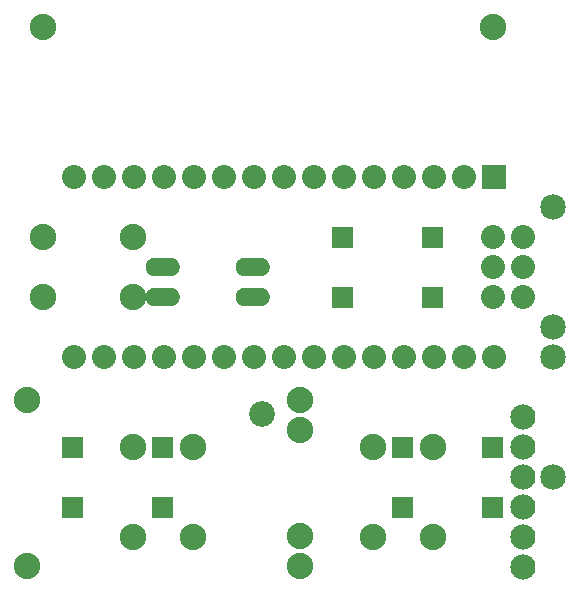
<source format=gbs>
G04 MADE WITH FRITZING*
G04 WWW.FRITZING.ORG*
G04 DOUBLE SIDED*
G04 HOLES PLATED*
G04 CONTOUR ON CENTER OF CONTOUR VECTOR*
%ASAXBY*%
%FSLAX23Y23*%
%MOIN*%
%OFA0B0*%
%SFA1.0B1.0*%
%ADD10C,0.088000*%
%ADD11C,0.085000*%
%ADD12C,0.062000*%
%ADD13C,0.084000*%
%ADD14C,0.080000*%
%ADD15C,0.069370*%
%ADD16C,0.085433*%
%ADD17R,0.080000X0.079958*%
%ADD18R,0.001000X0.001000*%
%LNMASK0*%
G90*
G70*
G54D10*
X1671Y1910D03*
G54D11*
X1871Y410D03*
X1871Y810D03*
X1871Y1310D03*
X1871Y910D03*
G54D12*
X871Y1010D03*
X871Y1110D03*
X571Y1110D03*
X571Y1010D03*
G54D10*
X118Y666D03*
X118Y114D03*
X1027Y666D03*
X1027Y566D03*
X1027Y214D03*
X1027Y114D03*
G54D13*
X1771Y110D03*
X1771Y210D03*
X1771Y310D03*
X1771Y410D03*
X1771Y510D03*
X1771Y610D03*
G54D14*
X1675Y1410D03*
X1575Y1410D03*
X1475Y1410D03*
X1375Y1410D03*
X1275Y1410D03*
X1175Y1410D03*
X1075Y1410D03*
X975Y1410D03*
X875Y1410D03*
X775Y1410D03*
X675Y1410D03*
X575Y1410D03*
X475Y1410D03*
X375Y1410D03*
X275Y1410D03*
X1675Y810D03*
X1575Y810D03*
X1475Y810D03*
X1375Y810D03*
X1275Y810D03*
X1175Y810D03*
X1075Y810D03*
X975Y810D03*
X875Y810D03*
X775Y810D03*
X675Y810D03*
X575Y810D03*
X475Y810D03*
X375Y810D03*
X275Y810D03*
X1771Y1210D03*
X1671Y1210D03*
X1771Y1110D03*
X1671Y1110D03*
X1771Y1010D03*
X1671Y1010D03*
G54D10*
X671Y210D03*
X671Y510D03*
X1271Y210D03*
X1271Y510D03*
X1471Y210D03*
X1471Y510D03*
X471Y210D03*
X471Y510D03*
X171Y1210D03*
X471Y1210D03*
X471Y1010D03*
X171Y1010D03*
X171Y1910D03*
G54D15*
X271Y510D03*
X571Y510D03*
X271Y310D03*
X571Y310D03*
X1471Y1010D03*
X1171Y1010D03*
X1471Y1210D03*
X1171Y1210D03*
X1371Y510D03*
X1671Y510D03*
X1371Y310D03*
X1671Y310D03*
G54D16*
X900Y621D03*
G54D17*
X1675Y1410D03*
G54D18*
X1136Y1245D02*
X1204Y1245D01*
X1436Y1245D02*
X1504Y1245D01*
X1136Y1244D02*
X1204Y1244D01*
X1436Y1244D02*
X1504Y1244D01*
X1136Y1243D02*
X1204Y1243D01*
X1436Y1243D02*
X1504Y1243D01*
X1136Y1242D02*
X1204Y1242D01*
X1436Y1242D02*
X1504Y1242D01*
X1136Y1241D02*
X1204Y1241D01*
X1436Y1241D02*
X1504Y1241D01*
X1136Y1240D02*
X1204Y1240D01*
X1436Y1240D02*
X1504Y1240D01*
X1136Y1239D02*
X1204Y1239D01*
X1436Y1239D02*
X1504Y1239D01*
X1136Y1238D02*
X1204Y1238D01*
X1436Y1238D02*
X1504Y1238D01*
X1136Y1237D02*
X1204Y1237D01*
X1436Y1237D02*
X1504Y1237D01*
X1136Y1236D02*
X1204Y1236D01*
X1436Y1236D02*
X1504Y1236D01*
X1136Y1235D02*
X1204Y1235D01*
X1436Y1235D02*
X1504Y1235D01*
X1136Y1234D02*
X1204Y1234D01*
X1436Y1234D02*
X1504Y1234D01*
X1136Y1233D02*
X1204Y1233D01*
X1436Y1233D02*
X1504Y1233D01*
X1136Y1232D02*
X1204Y1232D01*
X1436Y1232D02*
X1504Y1232D01*
X1136Y1231D02*
X1204Y1231D01*
X1436Y1231D02*
X1504Y1231D01*
X1136Y1230D02*
X1204Y1230D01*
X1436Y1230D02*
X1504Y1230D01*
X1136Y1229D02*
X1204Y1229D01*
X1436Y1229D02*
X1504Y1229D01*
X1136Y1228D02*
X1204Y1228D01*
X1436Y1228D02*
X1504Y1228D01*
X1136Y1227D02*
X1204Y1227D01*
X1436Y1227D02*
X1504Y1227D01*
X1136Y1226D02*
X1204Y1226D01*
X1436Y1226D02*
X1504Y1226D01*
X1136Y1225D02*
X1168Y1225D01*
X1172Y1225D02*
X1204Y1225D01*
X1436Y1225D02*
X1468Y1225D01*
X1472Y1225D02*
X1504Y1225D01*
X1136Y1224D02*
X1164Y1224D01*
X1176Y1224D02*
X1204Y1224D01*
X1436Y1224D02*
X1464Y1224D01*
X1476Y1224D02*
X1504Y1224D01*
X1136Y1223D02*
X1162Y1223D01*
X1178Y1223D02*
X1204Y1223D01*
X1436Y1223D02*
X1462Y1223D01*
X1478Y1223D02*
X1504Y1223D01*
X1136Y1222D02*
X1161Y1222D01*
X1180Y1222D02*
X1204Y1222D01*
X1436Y1222D02*
X1461Y1222D01*
X1480Y1222D02*
X1504Y1222D01*
X1136Y1221D02*
X1159Y1221D01*
X1181Y1221D02*
X1204Y1221D01*
X1436Y1221D02*
X1459Y1221D01*
X1481Y1221D02*
X1504Y1221D01*
X1136Y1220D02*
X1159Y1220D01*
X1182Y1220D02*
X1204Y1220D01*
X1436Y1220D02*
X1458Y1220D01*
X1482Y1220D02*
X1504Y1220D01*
X1136Y1219D02*
X1158Y1219D01*
X1183Y1219D02*
X1204Y1219D01*
X1436Y1219D02*
X1458Y1219D01*
X1482Y1219D02*
X1504Y1219D01*
X1136Y1218D02*
X1157Y1218D01*
X1183Y1218D02*
X1204Y1218D01*
X1436Y1218D02*
X1457Y1218D01*
X1483Y1218D02*
X1504Y1218D01*
X1136Y1217D02*
X1156Y1217D01*
X1184Y1217D02*
X1204Y1217D01*
X1436Y1217D02*
X1456Y1217D01*
X1484Y1217D02*
X1504Y1217D01*
X1136Y1216D02*
X1156Y1216D01*
X1184Y1216D02*
X1204Y1216D01*
X1436Y1216D02*
X1456Y1216D01*
X1484Y1216D02*
X1504Y1216D01*
X1136Y1215D02*
X1156Y1215D01*
X1185Y1215D02*
X1204Y1215D01*
X1436Y1215D02*
X1456Y1215D01*
X1484Y1215D02*
X1504Y1215D01*
X1136Y1214D02*
X1155Y1214D01*
X1185Y1214D02*
X1204Y1214D01*
X1436Y1214D02*
X1455Y1214D01*
X1485Y1214D02*
X1504Y1214D01*
X1136Y1213D02*
X1155Y1213D01*
X1185Y1213D02*
X1204Y1213D01*
X1436Y1213D02*
X1455Y1213D01*
X1485Y1213D02*
X1504Y1213D01*
X1136Y1212D02*
X1155Y1212D01*
X1185Y1212D02*
X1204Y1212D01*
X1436Y1212D02*
X1455Y1212D01*
X1485Y1212D02*
X1504Y1212D01*
X1136Y1211D02*
X1155Y1211D01*
X1185Y1211D02*
X1204Y1211D01*
X1436Y1211D02*
X1455Y1211D01*
X1485Y1211D02*
X1504Y1211D01*
X1136Y1210D02*
X1155Y1210D01*
X1185Y1210D02*
X1204Y1210D01*
X1436Y1210D02*
X1455Y1210D01*
X1485Y1210D02*
X1504Y1210D01*
X1136Y1209D02*
X1155Y1209D01*
X1185Y1209D02*
X1204Y1209D01*
X1436Y1209D02*
X1455Y1209D01*
X1485Y1209D02*
X1504Y1209D01*
X1136Y1208D02*
X1155Y1208D01*
X1185Y1208D02*
X1204Y1208D01*
X1436Y1208D02*
X1455Y1208D01*
X1485Y1208D02*
X1504Y1208D01*
X1136Y1207D02*
X1155Y1207D01*
X1185Y1207D02*
X1204Y1207D01*
X1436Y1207D02*
X1455Y1207D01*
X1485Y1207D02*
X1504Y1207D01*
X1136Y1206D02*
X1156Y1206D01*
X1185Y1206D02*
X1204Y1206D01*
X1436Y1206D02*
X1456Y1206D01*
X1485Y1206D02*
X1504Y1206D01*
X1136Y1205D02*
X1156Y1205D01*
X1184Y1205D02*
X1204Y1205D01*
X1436Y1205D02*
X1456Y1205D01*
X1484Y1205D02*
X1504Y1205D01*
X1136Y1204D02*
X1156Y1204D01*
X1184Y1204D02*
X1204Y1204D01*
X1436Y1204D02*
X1456Y1204D01*
X1484Y1204D02*
X1504Y1204D01*
X1136Y1203D02*
X1157Y1203D01*
X1183Y1203D02*
X1204Y1203D01*
X1436Y1203D02*
X1457Y1203D01*
X1483Y1203D02*
X1504Y1203D01*
X1136Y1202D02*
X1158Y1202D01*
X1183Y1202D02*
X1204Y1202D01*
X1436Y1202D02*
X1457Y1202D01*
X1483Y1202D02*
X1504Y1202D01*
X1136Y1201D02*
X1158Y1201D01*
X1182Y1201D02*
X1204Y1201D01*
X1436Y1201D02*
X1458Y1201D01*
X1482Y1201D02*
X1504Y1201D01*
X1136Y1200D02*
X1159Y1200D01*
X1181Y1200D02*
X1204Y1200D01*
X1436Y1200D02*
X1459Y1200D01*
X1481Y1200D02*
X1504Y1200D01*
X1136Y1199D02*
X1160Y1199D01*
X1180Y1199D02*
X1204Y1199D01*
X1436Y1199D02*
X1460Y1199D01*
X1480Y1199D02*
X1504Y1199D01*
X1136Y1198D02*
X1162Y1198D01*
X1178Y1198D02*
X1204Y1198D01*
X1436Y1198D02*
X1462Y1198D01*
X1478Y1198D02*
X1504Y1198D01*
X1136Y1197D02*
X1164Y1197D01*
X1177Y1197D02*
X1204Y1197D01*
X1436Y1197D02*
X1463Y1197D01*
X1477Y1197D02*
X1504Y1197D01*
X1136Y1196D02*
X1167Y1196D01*
X1173Y1196D02*
X1204Y1196D01*
X1436Y1196D02*
X1467Y1196D01*
X1473Y1196D02*
X1504Y1196D01*
X1136Y1195D02*
X1204Y1195D01*
X1436Y1195D02*
X1504Y1195D01*
X1136Y1194D02*
X1204Y1194D01*
X1436Y1194D02*
X1504Y1194D01*
X1136Y1193D02*
X1204Y1193D01*
X1436Y1193D02*
X1504Y1193D01*
X1136Y1192D02*
X1204Y1192D01*
X1436Y1192D02*
X1504Y1192D01*
X1136Y1191D02*
X1204Y1191D01*
X1436Y1191D02*
X1504Y1191D01*
X1136Y1190D02*
X1204Y1190D01*
X1436Y1190D02*
X1504Y1190D01*
X1136Y1189D02*
X1204Y1189D01*
X1436Y1189D02*
X1504Y1189D01*
X1136Y1188D02*
X1204Y1188D01*
X1436Y1188D02*
X1504Y1188D01*
X1136Y1187D02*
X1204Y1187D01*
X1436Y1187D02*
X1504Y1187D01*
X1136Y1186D02*
X1204Y1186D01*
X1436Y1186D02*
X1504Y1186D01*
X1136Y1185D02*
X1204Y1185D01*
X1436Y1185D02*
X1504Y1185D01*
X1136Y1184D02*
X1204Y1184D01*
X1436Y1184D02*
X1504Y1184D01*
X1136Y1183D02*
X1204Y1183D01*
X1436Y1183D02*
X1504Y1183D01*
X1136Y1182D02*
X1204Y1182D01*
X1436Y1182D02*
X1504Y1182D01*
X1136Y1181D02*
X1204Y1181D01*
X1436Y1181D02*
X1504Y1181D01*
X1136Y1180D02*
X1204Y1180D01*
X1436Y1180D02*
X1504Y1180D01*
X1136Y1179D02*
X1204Y1179D01*
X1436Y1179D02*
X1504Y1179D01*
X1136Y1178D02*
X1204Y1178D01*
X1436Y1178D02*
X1504Y1178D01*
X1136Y1177D02*
X1204Y1177D01*
X1436Y1177D02*
X1504Y1177D01*
X1136Y1176D02*
X1204Y1176D01*
X1436Y1176D02*
X1504Y1176D01*
X540Y1141D02*
X601Y1141D01*
X840Y1141D02*
X900Y1141D01*
X536Y1140D02*
X605Y1140D01*
X836Y1140D02*
X905Y1140D01*
X533Y1139D02*
X608Y1139D01*
X833Y1139D02*
X907Y1139D01*
X531Y1138D02*
X610Y1138D01*
X831Y1138D02*
X910Y1138D01*
X529Y1137D02*
X612Y1137D01*
X829Y1137D02*
X911Y1137D01*
X527Y1136D02*
X613Y1136D01*
X827Y1136D02*
X913Y1136D01*
X526Y1135D02*
X615Y1135D01*
X826Y1135D02*
X915Y1135D01*
X525Y1134D02*
X616Y1134D01*
X825Y1134D02*
X916Y1134D01*
X524Y1133D02*
X617Y1133D01*
X823Y1133D02*
X917Y1133D01*
X523Y1132D02*
X618Y1132D01*
X822Y1132D02*
X918Y1132D01*
X522Y1131D02*
X619Y1131D01*
X822Y1131D02*
X919Y1131D01*
X521Y1130D02*
X620Y1130D01*
X821Y1130D02*
X920Y1130D01*
X520Y1129D02*
X621Y1129D01*
X820Y1129D02*
X920Y1129D01*
X519Y1128D02*
X621Y1128D01*
X819Y1128D02*
X921Y1128D01*
X519Y1127D02*
X622Y1127D01*
X819Y1127D02*
X922Y1127D01*
X518Y1126D02*
X622Y1126D01*
X818Y1126D02*
X922Y1126D01*
X518Y1125D02*
X623Y1125D01*
X817Y1125D02*
X923Y1125D01*
X517Y1124D02*
X624Y1124D01*
X817Y1124D02*
X923Y1124D01*
X517Y1123D02*
X624Y1123D01*
X816Y1123D02*
X924Y1123D01*
X516Y1122D02*
X624Y1122D01*
X816Y1122D02*
X924Y1122D01*
X516Y1121D02*
X567Y1121D01*
X574Y1121D02*
X625Y1121D01*
X816Y1121D02*
X867Y1121D01*
X874Y1121D02*
X925Y1121D01*
X515Y1120D02*
X564Y1120D01*
X576Y1120D02*
X625Y1120D01*
X815Y1120D02*
X864Y1120D01*
X876Y1120D02*
X925Y1120D01*
X515Y1119D02*
X563Y1119D01*
X578Y1119D02*
X625Y1119D01*
X815Y1119D02*
X863Y1119D01*
X878Y1119D02*
X925Y1119D01*
X515Y1118D02*
X562Y1118D01*
X579Y1118D02*
X626Y1118D01*
X815Y1118D02*
X862Y1118D01*
X879Y1118D02*
X926Y1118D01*
X515Y1117D02*
X561Y1117D01*
X580Y1117D02*
X626Y1117D01*
X814Y1117D02*
X861Y1117D01*
X880Y1117D02*
X926Y1117D01*
X514Y1116D02*
X560Y1116D01*
X580Y1116D02*
X626Y1116D01*
X814Y1116D02*
X860Y1116D01*
X880Y1116D02*
X926Y1116D01*
X514Y1115D02*
X560Y1115D01*
X581Y1115D02*
X626Y1115D01*
X814Y1115D02*
X860Y1115D01*
X881Y1115D02*
X926Y1115D01*
X514Y1114D02*
X559Y1114D01*
X581Y1114D02*
X627Y1114D01*
X814Y1114D02*
X859Y1114D01*
X881Y1114D02*
X926Y1114D01*
X514Y1113D02*
X559Y1113D01*
X581Y1113D02*
X627Y1113D01*
X814Y1113D02*
X859Y1113D01*
X881Y1113D02*
X927Y1113D01*
X514Y1112D02*
X559Y1112D01*
X582Y1112D02*
X627Y1112D01*
X814Y1112D02*
X859Y1112D01*
X882Y1112D02*
X927Y1112D01*
X514Y1111D02*
X559Y1111D01*
X582Y1111D02*
X627Y1111D01*
X814Y1111D02*
X859Y1111D01*
X882Y1111D02*
X927Y1111D01*
X514Y1110D02*
X559Y1110D01*
X582Y1110D02*
X627Y1110D01*
X814Y1110D02*
X859Y1110D01*
X882Y1110D02*
X927Y1110D01*
X514Y1109D02*
X559Y1109D01*
X582Y1109D02*
X627Y1109D01*
X814Y1109D02*
X859Y1109D01*
X882Y1109D02*
X927Y1109D01*
X514Y1108D02*
X559Y1108D01*
X582Y1108D02*
X627Y1108D01*
X814Y1108D02*
X859Y1108D01*
X881Y1108D02*
X927Y1108D01*
X514Y1107D02*
X559Y1107D01*
X581Y1107D02*
X627Y1107D01*
X814Y1107D02*
X859Y1107D01*
X881Y1107D02*
X926Y1107D01*
X514Y1106D02*
X560Y1106D01*
X581Y1106D02*
X626Y1106D01*
X814Y1106D02*
X860Y1106D01*
X881Y1106D02*
X926Y1106D01*
X514Y1105D02*
X560Y1105D01*
X580Y1105D02*
X626Y1105D01*
X814Y1105D02*
X860Y1105D01*
X880Y1105D02*
X926Y1105D01*
X515Y1104D02*
X561Y1104D01*
X580Y1104D02*
X626Y1104D01*
X814Y1104D02*
X861Y1104D01*
X880Y1104D02*
X926Y1104D01*
X515Y1103D02*
X562Y1103D01*
X579Y1103D02*
X626Y1103D01*
X815Y1103D02*
X862Y1103D01*
X879Y1103D02*
X926Y1103D01*
X515Y1102D02*
X563Y1102D01*
X578Y1102D02*
X625Y1102D01*
X815Y1102D02*
X863Y1102D01*
X878Y1102D02*
X925Y1102D01*
X515Y1101D02*
X564Y1101D01*
X576Y1101D02*
X625Y1101D01*
X815Y1101D02*
X864Y1101D01*
X876Y1101D02*
X925Y1101D01*
X516Y1100D02*
X566Y1100D01*
X574Y1100D02*
X625Y1100D01*
X816Y1100D02*
X866Y1100D01*
X874Y1100D02*
X925Y1100D01*
X516Y1099D02*
X624Y1099D01*
X816Y1099D02*
X924Y1099D01*
X517Y1098D02*
X624Y1098D01*
X816Y1098D02*
X924Y1098D01*
X517Y1097D02*
X624Y1097D01*
X817Y1097D02*
X923Y1097D01*
X517Y1096D02*
X623Y1096D01*
X817Y1096D02*
X923Y1096D01*
X518Y1095D02*
X623Y1095D01*
X818Y1095D02*
X922Y1095D01*
X519Y1094D02*
X622Y1094D01*
X819Y1094D02*
X922Y1094D01*
X519Y1093D02*
X621Y1093D01*
X819Y1093D02*
X921Y1093D01*
X520Y1092D02*
X621Y1092D01*
X820Y1092D02*
X921Y1092D01*
X521Y1091D02*
X620Y1091D01*
X821Y1091D02*
X920Y1091D01*
X522Y1090D02*
X619Y1090D01*
X821Y1090D02*
X919Y1090D01*
X522Y1089D02*
X618Y1089D01*
X822Y1089D02*
X918Y1089D01*
X523Y1088D02*
X617Y1088D01*
X823Y1088D02*
X917Y1088D01*
X525Y1087D02*
X616Y1087D01*
X824Y1087D02*
X916Y1087D01*
X526Y1086D02*
X615Y1086D01*
X826Y1086D02*
X915Y1086D01*
X527Y1085D02*
X613Y1085D01*
X827Y1085D02*
X913Y1085D01*
X529Y1084D02*
X612Y1084D01*
X829Y1084D02*
X912Y1084D01*
X531Y1083D02*
X610Y1083D01*
X831Y1083D02*
X910Y1083D01*
X533Y1082D02*
X608Y1082D01*
X833Y1082D02*
X908Y1082D01*
X535Y1081D02*
X605Y1081D01*
X835Y1081D02*
X905Y1081D01*
X539Y1080D02*
X601Y1080D01*
X839Y1080D02*
X901Y1080D01*
X1136Y1045D02*
X1204Y1045D01*
X1436Y1045D02*
X1504Y1045D01*
X1136Y1044D02*
X1204Y1044D01*
X1436Y1044D02*
X1504Y1044D01*
X1136Y1043D02*
X1204Y1043D01*
X1436Y1043D02*
X1504Y1043D01*
X1136Y1042D02*
X1204Y1042D01*
X1436Y1042D02*
X1504Y1042D01*
X540Y1041D02*
X601Y1041D01*
X840Y1041D02*
X901Y1041D01*
X1136Y1041D02*
X1204Y1041D01*
X1436Y1041D02*
X1504Y1041D01*
X536Y1040D02*
X605Y1040D01*
X836Y1040D02*
X905Y1040D01*
X1136Y1040D02*
X1204Y1040D01*
X1436Y1040D02*
X1504Y1040D01*
X533Y1039D02*
X608Y1039D01*
X833Y1039D02*
X908Y1039D01*
X1136Y1039D02*
X1204Y1039D01*
X1436Y1039D02*
X1504Y1039D01*
X531Y1038D02*
X610Y1038D01*
X831Y1038D02*
X910Y1038D01*
X1136Y1038D02*
X1204Y1038D01*
X1436Y1038D02*
X1504Y1038D01*
X529Y1037D02*
X612Y1037D01*
X829Y1037D02*
X911Y1037D01*
X1136Y1037D02*
X1204Y1037D01*
X1436Y1037D02*
X1504Y1037D01*
X527Y1036D02*
X613Y1036D01*
X827Y1036D02*
X913Y1036D01*
X1136Y1036D02*
X1204Y1036D01*
X1436Y1036D02*
X1504Y1036D01*
X526Y1035D02*
X615Y1035D01*
X826Y1035D02*
X915Y1035D01*
X1136Y1035D02*
X1204Y1035D01*
X1436Y1035D02*
X1504Y1035D01*
X525Y1034D02*
X616Y1034D01*
X825Y1034D02*
X916Y1034D01*
X1136Y1034D02*
X1204Y1034D01*
X1436Y1034D02*
X1504Y1034D01*
X524Y1033D02*
X617Y1033D01*
X823Y1033D02*
X917Y1033D01*
X1136Y1033D02*
X1204Y1033D01*
X1436Y1033D02*
X1504Y1033D01*
X523Y1032D02*
X618Y1032D01*
X822Y1032D02*
X918Y1032D01*
X1136Y1032D02*
X1204Y1032D01*
X1436Y1032D02*
X1504Y1032D01*
X522Y1031D02*
X619Y1031D01*
X822Y1031D02*
X919Y1031D01*
X1136Y1031D02*
X1204Y1031D01*
X1436Y1031D02*
X1504Y1031D01*
X521Y1030D02*
X620Y1030D01*
X821Y1030D02*
X920Y1030D01*
X1136Y1030D02*
X1204Y1030D01*
X1436Y1030D02*
X1504Y1030D01*
X520Y1029D02*
X621Y1029D01*
X820Y1029D02*
X920Y1029D01*
X1136Y1029D02*
X1204Y1029D01*
X1436Y1029D02*
X1504Y1029D01*
X519Y1028D02*
X621Y1028D01*
X819Y1028D02*
X921Y1028D01*
X1136Y1028D02*
X1204Y1028D01*
X1436Y1028D02*
X1504Y1028D01*
X519Y1027D02*
X622Y1027D01*
X819Y1027D02*
X922Y1027D01*
X1136Y1027D02*
X1204Y1027D01*
X1436Y1027D02*
X1504Y1027D01*
X518Y1026D02*
X622Y1026D01*
X818Y1026D02*
X922Y1026D01*
X1136Y1026D02*
X1204Y1026D01*
X1436Y1026D02*
X1504Y1026D01*
X518Y1025D02*
X623Y1025D01*
X817Y1025D02*
X923Y1025D01*
X1136Y1025D02*
X1168Y1025D01*
X1172Y1025D02*
X1204Y1025D01*
X1436Y1025D02*
X1468Y1025D01*
X1472Y1025D02*
X1504Y1025D01*
X517Y1024D02*
X624Y1024D01*
X817Y1024D02*
X923Y1024D01*
X1136Y1024D02*
X1164Y1024D01*
X1176Y1024D02*
X1204Y1024D01*
X1436Y1024D02*
X1464Y1024D01*
X1476Y1024D02*
X1504Y1024D01*
X517Y1023D02*
X624Y1023D01*
X816Y1023D02*
X924Y1023D01*
X1136Y1023D02*
X1162Y1023D01*
X1178Y1023D02*
X1204Y1023D01*
X1436Y1023D02*
X1462Y1023D01*
X1478Y1023D02*
X1504Y1023D01*
X516Y1022D02*
X624Y1022D01*
X816Y1022D02*
X924Y1022D01*
X1136Y1022D02*
X1161Y1022D01*
X1180Y1022D02*
X1204Y1022D01*
X1436Y1022D02*
X1461Y1022D01*
X1480Y1022D02*
X1504Y1022D01*
X516Y1021D02*
X567Y1021D01*
X574Y1021D02*
X625Y1021D01*
X816Y1021D02*
X866Y1021D01*
X874Y1021D02*
X925Y1021D01*
X1136Y1021D02*
X1159Y1021D01*
X1181Y1021D02*
X1204Y1021D01*
X1436Y1021D02*
X1459Y1021D01*
X1481Y1021D02*
X1504Y1021D01*
X515Y1020D02*
X564Y1020D01*
X576Y1020D02*
X625Y1020D01*
X815Y1020D02*
X864Y1020D01*
X876Y1020D02*
X925Y1020D01*
X1136Y1020D02*
X1159Y1020D01*
X1182Y1020D02*
X1204Y1020D01*
X1436Y1020D02*
X1458Y1020D01*
X1482Y1020D02*
X1504Y1020D01*
X515Y1019D02*
X563Y1019D01*
X578Y1019D02*
X625Y1019D01*
X815Y1019D02*
X863Y1019D01*
X878Y1019D02*
X925Y1019D01*
X1136Y1019D02*
X1158Y1019D01*
X1183Y1019D02*
X1204Y1019D01*
X1436Y1019D02*
X1458Y1019D01*
X1482Y1019D02*
X1504Y1019D01*
X515Y1018D02*
X562Y1018D01*
X579Y1018D02*
X626Y1018D01*
X815Y1018D02*
X862Y1018D01*
X879Y1018D02*
X926Y1018D01*
X1136Y1018D02*
X1157Y1018D01*
X1183Y1018D02*
X1204Y1018D01*
X1436Y1018D02*
X1457Y1018D01*
X1483Y1018D02*
X1504Y1018D01*
X515Y1017D02*
X561Y1017D01*
X580Y1017D02*
X626Y1017D01*
X814Y1017D02*
X861Y1017D01*
X880Y1017D02*
X926Y1017D01*
X1136Y1017D02*
X1156Y1017D01*
X1184Y1017D02*
X1204Y1017D01*
X1436Y1017D02*
X1456Y1017D01*
X1484Y1017D02*
X1504Y1017D01*
X514Y1016D02*
X560Y1016D01*
X580Y1016D02*
X626Y1016D01*
X814Y1016D02*
X860Y1016D01*
X880Y1016D02*
X926Y1016D01*
X1136Y1016D02*
X1156Y1016D01*
X1184Y1016D02*
X1204Y1016D01*
X1436Y1016D02*
X1456Y1016D01*
X1484Y1016D02*
X1504Y1016D01*
X514Y1015D02*
X560Y1015D01*
X581Y1015D02*
X626Y1015D01*
X814Y1015D02*
X860Y1015D01*
X881Y1015D02*
X926Y1015D01*
X1136Y1015D02*
X1156Y1015D01*
X1185Y1015D02*
X1204Y1015D01*
X1436Y1015D02*
X1456Y1015D01*
X1485Y1015D02*
X1504Y1015D01*
X514Y1014D02*
X559Y1014D01*
X581Y1014D02*
X627Y1014D01*
X814Y1014D02*
X859Y1014D01*
X881Y1014D02*
X926Y1014D01*
X1136Y1014D02*
X1155Y1014D01*
X1185Y1014D02*
X1204Y1014D01*
X1436Y1014D02*
X1455Y1014D01*
X1485Y1014D02*
X1504Y1014D01*
X514Y1013D02*
X559Y1013D01*
X581Y1013D02*
X627Y1013D01*
X814Y1013D02*
X859Y1013D01*
X881Y1013D02*
X927Y1013D01*
X1136Y1013D02*
X1155Y1013D01*
X1185Y1013D02*
X1204Y1013D01*
X1436Y1013D02*
X1455Y1013D01*
X1485Y1013D02*
X1504Y1013D01*
X514Y1012D02*
X559Y1012D01*
X582Y1012D02*
X627Y1012D01*
X814Y1012D02*
X859Y1012D01*
X882Y1012D02*
X927Y1012D01*
X1136Y1012D02*
X1155Y1012D01*
X1185Y1012D02*
X1204Y1012D01*
X1436Y1012D02*
X1455Y1012D01*
X1485Y1012D02*
X1504Y1012D01*
X514Y1011D02*
X559Y1011D01*
X582Y1011D02*
X627Y1011D01*
X814Y1011D02*
X859Y1011D01*
X882Y1011D02*
X927Y1011D01*
X1136Y1011D02*
X1155Y1011D01*
X1185Y1011D02*
X1204Y1011D01*
X1436Y1011D02*
X1455Y1011D01*
X1485Y1011D02*
X1504Y1011D01*
X514Y1010D02*
X559Y1010D01*
X582Y1010D02*
X627Y1010D01*
X814Y1010D02*
X859Y1010D01*
X882Y1010D02*
X927Y1010D01*
X1136Y1010D02*
X1155Y1010D01*
X1185Y1010D02*
X1204Y1010D01*
X1436Y1010D02*
X1455Y1010D01*
X1485Y1010D02*
X1504Y1010D01*
X514Y1009D02*
X559Y1009D01*
X582Y1009D02*
X627Y1009D01*
X814Y1009D02*
X859Y1009D01*
X882Y1009D02*
X927Y1009D01*
X1136Y1009D02*
X1155Y1009D01*
X1185Y1009D02*
X1204Y1009D01*
X1436Y1009D02*
X1455Y1009D01*
X1485Y1009D02*
X1504Y1009D01*
X514Y1008D02*
X559Y1008D01*
X582Y1008D02*
X627Y1008D01*
X814Y1008D02*
X859Y1008D01*
X881Y1008D02*
X927Y1008D01*
X1136Y1008D02*
X1155Y1008D01*
X1185Y1008D02*
X1204Y1008D01*
X1436Y1008D02*
X1455Y1008D01*
X1485Y1008D02*
X1504Y1008D01*
X514Y1007D02*
X559Y1007D01*
X581Y1007D02*
X627Y1007D01*
X814Y1007D02*
X859Y1007D01*
X881Y1007D02*
X926Y1007D01*
X1136Y1007D02*
X1155Y1007D01*
X1185Y1007D02*
X1204Y1007D01*
X1436Y1007D02*
X1455Y1007D01*
X1485Y1007D02*
X1504Y1007D01*
X514Y1006D02*
X560Y1006D01*
X581Y1006D02*
X626Y1006D01*
X814Y1006D02*
X860Y1006D01*
X881Y1006D02*
X926Y1006D01*
X1136Y1006D02*
X1156Y1006D01*
X1185Y1006D02*
X1204Y1006D01*
X1436Y1006D02*
X1456Y1006D01*
X1485Y1006D02*
X1504Y1006D01*
X514Y1005D02*
X560Y1005D01*
X580Y1005D02*
X626Y1005D01*
X814Y1005D02*
X860Y1005D01*
X880Y1005D02*
X926Y1005D01*
X1136Y1005D02*
X1156Y1005D01*
X1184Y1005D02*
X1204Y1005D01*
X1436Y1005D02*
X1456Y1005D01*
X1484Y1005D02*
X1504Y1005D01*
X515Y1004D02*
X561Y1004D01*
X580Y1004D02*
X626Y1004D01*
X814Y1004D02*
X861Y1004D01*
X880Y1004D02*
X926Y1004D01*
X1136Y1004D02*
X1156Y1004D01*
X1184Y1004D02*
X1204Y1004D01*
X1436Y1004D02*
X1456Y1004D01*
X1484Y1004D02*
X1504Y1004D01*
X515Y1003D02*
X562Y1003D01*
X579Y1003D02*
X626Y1003D01*
X815Y1003D02*
X862Y1003D01*
X879Y1003D02*
X926Y1003D01*
X1136Y1003D02*
X1157Y1003D01*
X1183Y1003D02*
X1204Y1003D01*
X1436Y1003D02*
X1457Y1003D01*
X1483Y1003D02*
X1504Y1003D01*
X515Y1002D02*
X563Y1002D01*
X578Y1002D02*
X625Y1002D01*
X815Y1002D02*
X863Y1002D01*
X878Y1002D02*
X925Y1002D01*
X1136Y1002D02*
X1158Y1002D01*
X1183Y1002D02*
X1204Y1002D01*
X1436Y1002D02*
X1458Y1002D01*
X1483Y1002D02*
X1504Y1002D01*
X515Y1001D02*
X564Y1001D01*
X576Y1001D02*
X625Y1001D01*
X815Y1001D02*
X864Y1001D01*
X876Y1001D02*
X925Y1001D01*
X1136Y1001D02*
X1158Y1001D01*
X1182Y1001D02*
X1204Y1001D01*
X1436Y1001D02*
X1458Y1001D01*
X1482Y1001D02*
X1504Y1001D01*
X516Y1000D02*
X566Y1000D01*
X574Y1000D02*
X625Y1000D01*
X816Y1000D02*
X866Y1000D01*
X874Y1000D02*
X925Y1000D01*
X1136Y1000D02*
X1159Y1000D01*
X1181Y1000D02*
X1204Y1000D01*
X1436Y1000D02*
X1459Y1000D01*
X1481Y1000D02*
X1504Y1000D01*
X516Y999D02*
X624Y999D01*
X816Y999D02*
X924Y999D01*
X1136Y999D02*
X1161Y999D01*
X1180Y999D02*
X1204Y999D01*
X1436Y999D02*
X1460Y999D01*
X1480Y999D02*
X1504Y999D01*
X517Y998D02*
X624Y998D01*
X816Y998D02*
X924Y998D01*
X1136Y998D02*
X1162Y998D01*
X1178Y998D02*
X1204Y998D01*
X1436Y998D02*
X1462Y998D01*
X1478Y998D02*
X1504Y998D01*
X517Y997D02*
X624Y997D01*
X817Y997D02*
X923Y997D01*
X1136Y997D02*
X1164Y997D01*
X1177Y997D02*
X1204Y997D01*
X1436Y997D02*
X1464Y997D01*
X1477Y997D02*
X1504Y997D01*
X517Y996D02*
X623Y996D01*
X817Y996D02*
X923Y996D01*
X1136Y996D02*
X1167Y996D01*
X1173Y996D02*
X1204Y996D01*
X1436Y996D02*
X1467Y996D01*
X1473Y996D02*
X1504Y996D01*
X518Y995D02*
X623Y995D01*
X818Y995D02*
X922Y995D01*
X1136Y995D02*
X1204Y995D01*
X1436Y995D02*
X1504Y995D01*
X519Y994D02*
X622Y994D01*
X819Y994D02*
X922Y994D01*
X1136Y994D02*
X1204Y994D01*
X1436Y994D02*
X1504Y994D01*
X519Y993D02*
X621Y993D01*
X819Y993D02*
X921Y993D01*
X1136Y993D02*
X1204Y993D01*
X1436Y993D02*
X1504Y993D01*
X520Y992D02*
X621Y992D01*
X820Y992D02*
X920Y992D01*
X1136Y992D02*
X1204Y992D01*
X1436Y992D02*
X1504Y992D01*
X521Y991D02*
X620Y991D01*
X821Y991D02*
X920Y991D01*
X1136Y991D02*
X1204Y991D01*
X1436Y991D02*
X1504Y991D01*
X522Y990D02*
X619Y990D01*
X821Y990D02*
X919Y990D01*
X1136Y990D02*
X1204Y990D01*
X1436Y990D02*
X1504Y990D01*
X522Y989D02*
X618Y989D01*
X822Y989D02*
X918Y989D01*
X1136Y989D02*
X1204Y989D01*
X1436Y989D02*
X1504Y989D01*
X523Y988D02*
X617Y988D01*
X823Y988D02*
X917Y988D01*
X1136Y988D02*
X1204Y988D01*
X1436Y988D02*
X1504Y988D01*
X525Y987D02*
X616Y987D01*
X824Y987D02*
X916Y987D01*
X1136Y987D02*
X1204Y987D01*
X1436Y987D02*
X1504Y987D01*
X526Y986D02*
X615Y986D01*
X826Y986D02*
X915Y986D01*
X1136Y986D02*
X1204Y986D01*
X1436Y986D02*
X1504Y986D01*
X527Y985D02*
X613Y985D01*
X827Y985D02*
X913Y985D01*
X1136Y985D02*
X1204Y985D01*
X1436Y985D02*
X1504Y985D01*
X529Y984D02*
X612Y984D01*
X829Y984D02*
X912Y984D01*
X1136Y984D02*
X1204Y984D01*
X1436Y984D02*
X1504Y984D01*
X531Y983D02*
X610Y983D01*
X831Y983D02*
X910Y983D01*
X1136Y983D02*
X1204Y983D01*
X1436Y983D02*
X1504Y983D01*
X533Y982D02*
X608Y982D01*
X833Y982D02*
X908Y982D01*
X1136Y982D02*
X1204Y982D01*
X1436Y982D02*
X1504Y982D01*
X535Y981D02*
X605Y981D01*
X835Y981D02*
X905Y981D01*
X1136Y981D02*
X1204Y981D01*
X1436Y981D02*
X1504Y981D01*
X539Y980D02*
X601Y980D01*
X839Y980D02*
X901Y980D01*
X1136Y980D02*
X1204Y980D01*
X1436Y980D02*
X1504Y980D01*
X1136Y979D02*
X1204Y979D01*
X1436Y979D02*
X1504Y979D01*
X1136Y978D02*
X1204Y978D01*
X1436Y978D02*
X1504Y978D01*
X1136Y977D02*
X1204Y977D01*
X1436Y977D02*
X1504Y977D01*
X1136Y976D02*
X1204Y976D01*
X1436Y976D02*
X1504Y976D01*
X236Y545D02*
X304Y545D01*
X536Y545D02*
X604Y545D01*
X1336Y545D02*
X1404Y545D01*
X1636Y545D02*
X1704Y545D01*
X236Y544D02*
X305Y544D01*
X536Y544D02*
X604Y544D01*
X1336Y544D02*
X1404Y544D01*
X1636Y544D02*
X1704Y544D01*
X236Y543D02*
X305Y543D01*
X536Y543D02*
X604Y543D01*
X1336Y543D02*
X1404Y543D01*
X1636Y543D02*
X1704Y543D01*
X236Y542D02*
X305Y542D01*
X536Y542D02*
X604Y542D01*
X1336Y542D02*
X1404Y542D01*
X1636Y542D02*
X1704Y542D01*
X236Y541D02*
X305Y541D01*
X536Y541D02*
X604Y541D01*
X1336Y541D02*
X1404Y541D01*
X1636Y541D02*
X1704Y541D01*
X236Y540D02*
X305Y540D01*
X536Y540D02*
X604Y540D01*
X1336Y540D02*
X1404Y540D01*
X1636Y540D02*
X1704Y540D01*
X236Y539D02*
X305Y539D01*
X536Y539D02*
X604Y539D01*
X1336Y539D02*
X1404Y539D01*
X1636Y539D02*
X1704Y539D01*
X236Y538D02*
X305Y538D01*
X536Y538D02*
X604Y538D01*
X1336Y538D02*
X1404Y538D01*
X1636Y538D02*
X1704Y538D01*
X236Y537D02*
X305Y537D01*
X536Y537D02*
X604Y537D01*
X1336Y537D02*
X1404Y537D01*
X1636Y537D02*
X1704Y537D01*
X236Y536D02*
X305Y536D01*
X536Y536D02*
X604Y536D01*
X1336Y536D02*
X1404Y536D01*
X1636Y536D02*
X1704Y536D01*
X236Y535D02*
X305Y535D01*
X536Y535D02*
X604Y535D01*
X1336Y535D02*
X1404Y535D01*
X1636Y535D02*
X1704Y535D01*
X236Y534D02*
X305Y534D01*
X536Y534D02*
X604Y534D01*
X1336Y534D02*
X1404Y534D01*
X1636Y534D02*
X1704Y534D01*
X236Y533D02*
X305Y533D01*
X536Y533D02*
X604Y533D01*
X1336Y533D02*
X1404Y533D01*
X1636Y533D02*
X1704Y533D01*
X236Y532D02*
X305Y532D01*
X536Y532D02*
X604Y532D01*
X1336Y532D02*
X1404Y532D01*
X1636Y532D02*
X1704Y532D01*
X236Y531D02*
X305Y531D01*
X536Y531D02*
X604Y531D01*
X1336Y531D02*
X1404Y531D01*
X1636Y531D02*
X1704Y531D01*
X236Y530D02*
X305Y530D01*
X536Y530D02*
X604Y530D01*
X1336Y530D02*
X1404Y530D01*
X1636Y530D02*
X1704Y530D01*
X236Y529D02*
X305Y529D01*
X536Y529D02*
X604Y529D01*
X1336Y529D02*
X1404Y529D01*
X1636Y529D02*
X1704Y529D01*
X236Y528D02*
X305Y528D01*
X536Y528D02*
X604Y528D01*
X1336Y528D02*
X1404Y528D01*
X1636Y528D02*
X1704Y528D01*
X236Y527D02*
X305Y527D01*
X536Y527D02*
X604Y527D01*
X1336Y527D02*
X1404Y527D01*
X1636Y527D02*
X1704Y527D01*
X236Y526D02*
X305Y526D01*
X536Y526D02*
X604Y526D01*
X1336Y526D02*
X1404Y526D01*
X1636Y526D02*
X1704Y526D01*
X236Y525D02*
X268Y525D01*
X273Y525D02*
X305Y525D01*
X536Y525D02*
X567Y525D01*
X573Y525D02*
X604Y525D01*
X1336Y525D02*
X1367Y525D01*
X1373Y525D02*
X1404Y525D01*
X1636Y525D02*
X1667Y525D01*
X1673Y525D02*
X1704Y525D01*
X236Y524D02*
X264Y524D01*
X277Y524D02*
X305Y524D01*
X536Y524D02*
X564Y524D01*
X577Y524D02*
X604Y524D01*
X1336Y524D02*
X1364Y524D01*
X1377Y524D02*
X1404Y524D01*
X1636Y524D02*
X1664Y524D01*
X1676Y524D02*
X1704Y524D01*
X236Y523D02*
X262Y523D01*
X279Y523D02*
X305Y523D01*
X536Y523D02*
X562Y523D01*
X579Y523D02*
X604Y523D01*
X1336Y523D02*
X1362Y523D01*
X1378Y523D02*
X1404Y523D01*
X1636Y523D02*
X1662Y523D01*
X1678Y523D02*
X1704Y523D01*
X236Y522D02*
X261Y522D01*
X280Y522D02*
X305Y522D01*
X536Y522D02*
X561Y522D01*
X580Y522D02*
X604Y522D01*
X1336Y522D02*
X1360Y522D01*
X1380Y522D02*
X1404Y522D01*
X1636Y522D02*
X1660Y522D01*
X1680Y522D02*
X1704Y522D01*
X236Y521D02*
X260Y521D01*
X281Y521D02*
X305Y521D01*
X536Y521D02*
X560Y521D01*
X581Y521D02*
X604Y521D01*
X1336Y521D02*
X1359Y521D01*
X1381Y521D02*
X1404Y521D01*
X1636Y521D02*
X1659Y521D01*
X1681Y521D02*
X1704Y521D01*
X236Y520D02*
X259Y520D01*
X282Y520D02*
X305Y520D01*
X536Y520D02*
X559Y520D01*
X582Y520D02*
X604Y520D01*
X1336Y520D02*
X1358Y520D01*
X1382Y520D02*
X1404Y520D01*
X1636Y520D02*
X1658Y520D01*
X1682Y520D02*
X1704Y520D01*
X236Y519D02*
X258Y519D01*
X283Y519D02*
X305Y519D01*
X536Y519D02*
X558Y519D01*
X583Y519D02*
X604Y519D01*
X1336Y519D02*
X1358Y519D01*
X1383Y519D02*
X1404Y519D01*
X1636Y519D02*
X1657Y519D01*
X1682Y519D02*
X1704Y519D01*
X236Y518D02*
X257Y518D01*
X283Y518D02*
X305Y518D01*
X536Y518D02*
X557Y518D01*
X583Y518D02*
X604Y518D01*
X1336Y518D02*
X1357Y518D01*
X1383Y518D02*
X1404Y518D01*
X1636Y518D02*
X1657Y518D01*
X1683Y518D02*
X1704Y518D01*
X236Y517D02*
X257Y517D01*
X284Y517D02*
X305Y517D01*
X536Y517D02*
X557Y517D01*
X584Y517D02*
X604Y517D01*
X1336Y517D02*
X1356Y517D01*
X1384Y517D02*
X1404Y517D01*
X1636Y517D02*
X1656Y517D01*
X1684Y517D02*
X1704Y517D01*
X236Y516D02*
X256Y516D01*
X285Y516D02*
X305Y516D01*
X536Y516D02*
X556Y516D01*
X584Y516D02*
X604Y516D01*
X1336Y516D02*
X1356Y516D01*
X1384Y516D02*
X1404Y516D01*
X1636Y516D02*
X1656Y516D01*
X1684Y516D02*
X1704Y516D01*
X236Y515D02*
X256Y515D01*
X285Y515D02*
X305Y515D01*
X536Y515D02*
X556Y515D01*
X585Y515D02*
X604Y515D01*
X1336Y515D02*
X1356Y515D01*
X1385Y515D02*
X1404Y515D01*
X1636Y515D02*
X1655Y515D01*
X1684Y515D02*
X1704Y515D01*
X236Y514D02*
X256Y514D01*
X285Y514D02*
X305Y514D01*
X536Y514D02*
X555Y514D01*
X585Y514D02*
X604Y514D01*
X1336Y514D02*
X1355Y514D01*
X1385Y514D02*
X1404Y514D01*
X1636Y514D02*
X1655Y514D01*
X1685Y514D02*
X1704Y514D01*
X236Y513D02*
X255Y513D01*
X285Y513D02*
X305Y513D01*
X536Y513D02*
X555Y513D01*
X585Y513D02*
X604Y513D01*
X1336Y513D02*
X1355Y513D01*
X1385Y513D02*
X1404Y513D01*
X1636Y513D02*
X1655Y513D01*
X1685Y513D02*
X1704Y513D01*
X236Y512D02*
X255Y512D01*
X285Y512D02*
X305Y512D01*
X536Y512D02*
X555Y512D01*
X585Y512D02*
X604Y512D01*
X1336Y512D02*
X1355Y512D01*
X1385Y512D02*
X1404Y512D01*
X1636Y512D02*
X1655Y512D01*
X1685Y512D02*
X1704Y512D01*
X236Y511D02*
X255Y511D01*
X285Y511D02*
X305Y511D01*
X536Y511D02*
X555Y511D01*
X585Y511D02*
X604Y511D01*
X1336Y511D02*
X1355Y511D01*
X1385Y511D02*
X1404Y511D01*
X1636Y511D02*
X1655Y511D01*
X1685Y511D02*
X1704Y511D01*
X236Y510D02*
X255Y510D01*
X285Y510D02*
X305Y510D01*
X536Y510D02*
X555Y510D01*
X585Y510D02*
X604Y510D01*
X1336Y510D02*
X1355Y510D01*
X1385Y510D02*
X1404Y510D01*
X1636Y510D02*
X1655Y510D01*
X1685Y510D02*
X1704Y510D01*
X236Y509D02*
X255Y509D01*
X285Y509D02*
X305Y509D01*
X536Y509D02*
X555Y509D01*
X585Y509D02*
X604Y509D01*
X1336Y509D02*
X1355Y509D01*
X1385Y509D02*
X1404Y509D01*
X1636Y509D02*
X1655Y509D01*
X1685Y509D02*
X1704Y509D01*
X236Y508D02*
X255Y508D01*
X285Y508D02*
X305Y508D01*
X536Y508D02*
X555Y508D01*
X585Y508D02*
X604Y508D01*
X1336Y508D02*
X1355Y508D01*
X1385Y508D02*
X1404Y508D01*
X1636Y508D02*
X1655Y508D01*
X1685Y508D02*
X1704Y508D01*
X236Y507D02*
X256Y507D01*
X285Y507D02*
X305Y507D01*
X536Y507D02*
X555Y507D01*
X585Y507D02*
X604Y507D01*
X1336Y507D02*
X1355Y507D01*
X1385Y507D02*
X1404Y507D01*
X1636Y507D02*
X1655Y507D01*
X1685Y507D02*
X1704Y507D01*
X236Y506D02*
X256Y506D01*
X285Y506D02*
X305Y506D01*
X536Y506D02*
X556Y506D01*
X585Y506D02*
X604Y506D01*
X1336Y506D02*
X1356Y506D01*
X1385Y506D02*
X1404Y506D01*
X1636Y506D02*
X1655Y506D01*
X1684Y506D02*
X1704Y506D01*
X236Y505D02*
X256Y505D01*
X285Y505D02*
X305Y505D01*
X536Y505D02*
X556Y505D01*
X584Y505D02*
X604Y505D01*
X1336Y505D02*
X1356Y505D01*
X1384Y505D02*
X1404Y505D01*
X1636Y505D02*
X1656Y505D01*
X1684Y505D02*
X1704Y505D01*
X236Y504D02*
X257Y504D01*
X284Y504D02*
X305Y504D01*
X536Y504D02*
X557Y504D01*
X584Y504D02*
X604Y504D01*
X1336Y504D02*
X1356Y504D01*
X1384Y504D02*
X1404Y504D01*
X1636Y504D02*
X1656Y504D01*
X1684Y504D02*
X1704Y504D01*
X236Y503D02*
X257Y503D01*
X283Y503D02*
X305Y503D01*
X536Y503D02*
X557Y503D01*
X583Y503D02*
X604Y503D01*
X1336Y503D02*
X1357Y503D01*
X1383Y503D02*
X1404Y503D01*
X1636Y503D02*
X1657Y503D01*
X1683Y503D02*
X1704Y503D01*
X236Y502D02*
X258Y502D01*
X283Y502D02*
X305Y502D01*
X536Y502D02*
X558Y502D01*
X583Y502D02*
X604Y502D01*
X1336Y502D02*
X1358Y502D01*
X1383Y502D02*
X1404Y502D01*
X1636Y502D02*
X1658Y502D01*
X1682Y502D02*
X1704Y502D01*
X236Y501D02*
X259Y501D01*
X282Y501D02*
X305Y501D01*
X536Y501D02*
X559Y501D01*
X582Y501D02*
X604Y501D01*
X1336Y501D02*
X1358Y501D01*
X1382Y501D02*
X1404Y501D01*
X1636Y501D02*
X1658Y501D01*
X1682Y501D02*
X1704Y501D01*
X236Y500D02*
X260Y500D01*
X281Y500D02*
X305Y500D01*
X536Y500D02*
X560Y500D01*
X581Y500D02*
X604Y500D01*
X1336Y500D02*
X1359Y500D01*
X1381Y500D02*
X1404Y500D01*
X1636Y500D02*
X1659Y500D01*
X1681Y500D02*
X1704Y500D01*
X236Y499D02*
X261Y499D01*
X280Y499D02*
X305Y499D01*
X536Y499D02*
X561Y499D01*
X580Y499D02*
X604Y499D01*
X1336Y499D02*
X1361Y499D01*
X1380Y499D02*
X1404Y499D01*
X1636Y499D02*
X1660Y499D01*
X1680Y499D02*
X1704Y499D01*
X236Y498D02*
X262Y498D01*
X279Y498D02*
X305Y498D01*
X536Y498D02*
X562Y498D01*
X578Y498D02*
X604Y498D01*
X1336Y498D02*
X1362Y498D01*
X1378Y498D02*
X1404Y498D01*
X1636Y498D02*
X1662Y498D01*
X1678Y498D02*
X1704Y498D01*
X236Y497D02*
X264Y497D01*
X277Y497D02*
X305Y497D01*
X536Y497D02*
X564Y497D01*
X577Y497D02*
X604Y497D01*
X1336Y497D02*
X1364Y497D01*
X1376Y497D02*
X1404Y497D01*
X1636Y497D02*
X1664Y497D01*
X1676Y497D02*
X1704Y497D01*
X236Y496D02*
X268Y496D01*
X273Y496D02*
X305Y496D01*
X536Y496D02*
X568Y496D01*
X573Y496D02*
X604Y496D01*
X1336Y496D02*
X1368Y496D01*
X1372Y496D02*
X1404Y496D01*
X1636Y496D02*
X1668Y496D01*
X1672Y496D02*
X1704Y496D01*
X236Y495D02*
X305Y495D01*
X536Y495D02*
X604Y495D01*
X1336Y495D02*
X1404Y495D01*
X1636Y495D02*
X1704Y495D01*
X236Y494D02*
X305Y494D01*
X536Y494D02*
X604Y494D01*
X1336Y494D02*
X1404Y494D01*
X1636Y494D02*
X1704Y494D01*
X236Y493D02*
X305Y493D01*
X536Y493D02*
X604Y493D01*
X1336Y493D02*
X1404Y493D01*
X1636Y493D02*
X1704Y493D01*
X236Y492D02*
X305Y492D01*
X536Y492D02*
X604Y492D01*
X1336Y492D02*
X1404Y492D01*
X1636Y492D02*
X1704Y492D01*
X236Y491D02*
X305Y491D01*
X536Y491D02*
X604Y491D01*
X1336Y491D02*
X1404Y491D01*
X1636Y491D02*
X1704Y491D01*
X236Y490D02*
X305Y490D01*
X536Y490D02*
X604Y490D01*
X1336Y490D02*
X1404Y490D01*
X1636Y490D02*
X1704Y490D01*
X236Y489D02*
X305Y489D01*
X536Y489D02*
X604Y489D01*
X1336Y489D02*
X1404Y489D01*
X1636Y489D02*
X1704Y489D01*
X236Y488D02*
X305Y488D01*
X536Y488D02*
X604Y488D01*
X1336Y488D02*
X1404Y488D01*
X1636Y488D02*
X1704Y488D01*
X236Y487D02*
X305Y487D01*
X536Y487D02*
X604Y487D01*
X1336Y487D02*
X1404Y487D01*
X1636Y487D02*
X1704Y487D01*
X236Y486D02*
X305Y486D01*
X536Y486D02*
X604Y486D01*
X1336Y486D02*
X1404Y486D01*
X1636Y486D02*
X1704Y486D01*
X236Y485D02*
X305Y485D01*
X536Y485D02*
X604Y485D01*
X1336Y485D02*
X1404Y485D01*
X1636Y485D02*
X1704Y485D01*
X236Y484D02*
X305Y484D01*
X536Y484D02*
X604Y484D01*
X1336Y484D02*
X1404Y484D01*
X1636Y484D02*
X1704Y484D01*
X236Y483D02*
X305Y483D01*
X536Y483D02*
X604Y483D01*
X1336Y483D02*
X1404Y483D01*
X1636Y483D02*
X1704Y483D01*
X236Y482D02*
X305Y482D01*
X536Y482D02*
X604Y482D01*
X1336Y482D02*
X1404Y482D01*
X1636Y482D02*
X1704Y482D01*
X236Y481D02*
X305Y481D01*
X536Y481D02*
X604Y481D01*
X1336Y481D02*
X1404Y481D01*
X1636Y481D02*
X1704Y481D01*
X236Y480D02*
X305Y480D01*
X536Y480D02*
X604Y480D01*
X1336Y480D02*
X1404Y480D01*
X1636Y480D02*
X1704Y480D01*
X236Y479D02*
X305Y479D01*
X536Y479D02*
X604Y479D01*
X1336Y479D02*
X1404Y479D01*
X1636Y479D02*
X1704Y479D01*
X236Y478D02*
X305Y478D01*
X536Y478D02*
X604Y478D01*
X1336Y478D02*
X1404Y478D01*
X1636Y478D02*
X1704Y478D01*
X236Y477D02*
X305Y477D01*
X536Y477D02*
X604Y477D01*
X1336Y477D02*
X1404Y477D01*
X1636Y477D02*
X1704Y477D01*
X236Y476D02*
X304Y476D01*
X536Y476D02*
X604Y476D01*
X1336Y476D02*
X1404Y476D01*
X1636Y476D02*
X1704Y476D01*
X236Y345D02*
X304Y345D01*
X536Y345D02*
X604Y345D01*
X1336Y345D02*
X1404Y345D01*
X1636Y345D02*
X1704Y345D01*
X236Y344D02*
X305Y344D01*
X536Y344D02*
X604Y344D01*
X1336Y344D02*
X1404Y344D01*
X1636Y344D02*
X1704Y344D01*
X236Y343D02*
X305Y343D01*
X536Y343D02*
X604Y343D01*
X1336Y343D02*
X1404Y343D01*
X1636Y343D02*
X1704Y343D01*
X236Y342D02*
X305Y342D01*
X536Y342D02*
X604Y342D01*
X1336Y342D02*
X1404Y342D01*
X1636Y342D02*
X1704Y342D01*
X236Y341D02*
X305Y341D01*
X536Y341D02*
X604Y341D01*
X1336Y341D02*
X1404Y341D01*
X1636Y341D02*
X1704Y341D01*
X236Y340D02*
X305Y340D01*
X536Y340D02*
X604Y340D01*
X1336Y340D02*
X1404Y340D01*
X1636Y340D02*
X1704Y340D01*
X236Y339D02*
X305Y339D01*
X536Y339D02*
X604Y339D01*
X1336Y339D02*
X1404Y339D01*
X1636Y339D02*
X1704Y339D01*
X236Y338D02*
X305Y338D01*
X536Y338D02*
X604Y338D01*
X1336Y338D02*
X1404Y338D01*
X1636Y338D02*
X1704Y338D01*
X236Y337D02*
X305Y337D01*
X536Y337D02*
X604Y337D01*
X1336Y337D02*
X1404Y337D01*
X1636Y337D02*
X1704Y337D01*
X236Y336D02*
X305Y336D01*
X536Y336D02*
X604Y336D01*
X1336Y336D02*
X1404Y336D01*
X1636Y336D02*
X1704Y336D01*
X236Y335D02*
X305Y335D01*
X536Y335D02*
X604Y335D01*
X1336Y335D02*
X1404Y335D01*
X1636Y335D02*
X1704Y335D01*
X236Y334D02*
X305Y334D01*
X536Y334D02*
X604Y334D01*
X1336Y334D02*
X1404Y334D01*
X1636Y334D02*
X1704Y334D01*
X236Y333D02*
X305Y333D01*
X536Y333D02*
X604Y333D01*
X1336Y333D02*
X1404Y333D01*
X1636Y333D02*
X1704Y333D01*
X236Y332D02*
X305Y332D01*
X536Y332D02*
X604Y332D01*
X1336Y332D02*
X1404Y332D01*
X1636Y332D02*
X1704Y332D01*
X236Y331D02*
X305Y331D01*
X536Y331D02*
X604Y331D01*
X1336Y331D02*
X1404Y331D01*
X1636Y331D02*
X1704Y331D01*
X236Y330D02*
X305Y330D01*
X536Y330D02*
X604Y330D01*
X1336Y330D02*
X1404Y330D01*
X1636Y330D02*
X1704Y330D01*
X236Y329D02*
X305Y329D01*
X536Y329D02*
X604Y329D01*
X1336Y329D02*
X1404Y329D01*
X1636Y329D02*
X1704Y329D01*
X236Y328D02*
X305Y328D01*
X536Y328D02*
X604Y328D01*
X1336Y328D02*
X1404Y328D01*
X1636Y328D02*
X1704Y328D01*
X236Y327D02*
X305Y327D01*
X536Y327D02*
X604Y327D01*
X1336Y327D02*
X1404Y327D01*
X1636Y327D02*
X1704Y327D01*
X236Y326D02*
X305Y326D01*
X536Y326D02*
X604Y326D01*
X1336Y326D02*
X1404Y326D01*
X1636Y326D02*
X1704Y326D01*
X236Y325D02*
X267Y325D01*
X273Y325D02*
X305Y325D01*
X536Y325D02*
X567Y325D01*
X573Y325D02*
X604Y325D01*
X1336Y325D02*
X1367Y325D01*
X1373Y325D02*
X1404Y325D01*
X1636Y325D02*
X1667Y325D01*
X1673Y325D02*
X1704Y325D01*
X236Y324D02*
X264Y324D01*
X277Y324D02*
X305Y324D01*
X536Y324D02*
X564Y324D01*
X577Y324D02*
X604Y324D01*
X1336Y324D02*
X1364Y324D01*
X1377Y324D02*
X1404Y324D01*
X1636Y324D02*
X1663Y324D01*
X1676Y324D02*
X1704Y324D01*
X236Y323D02*
X262Y323D01*
X279Y323D02*
X305Y323D01*
X536Y323D02*
X562Y323D01*
X579Y323D02*
X604Y323D01*
X1336Y323D02*
X1362Y323D01*
X1378Y323D02*
X1404Y323D01*
X1636Y323D02*
X1662Y323D01*
X1678Y323D02*
X1704Y323D01*
X236Y322D02*
X261Y322D01*
X280Y322D02*
X305Y322D01*
X536Y322D02*
X561Y322D01*
X580Y322D02*
X604Y322D01*
X1336Y322D02*
X1360Y322D01*
X1380Y322D02*
X1404Y322D01*
X1636Y322D02*
X1660Y322D01*
X1680Y322D02*
X1704Y322D01*
X236Y321D02*
X260Y321D01*
X281Y321D02*
X305Y321D01*
X536Y321D02*
X560Y321D01*
X581Y321D02*
X604Y321D01*
X1336Y321D02*
X1359Y321D01*
X1381Y321D02*
X1404Y321D01*
X1636Y321D02*
X1659Y321D01*
X1681Y321D02*
X1704Y321D01*
X236Y320D02*
X259Y320D01*
X282Y320D02*
X305Y320D01*
X536Y320D02*
X559Y320D01*
X582Y320D02*
X604Y320D01*
X1336Y320D02*
X1358Y320D01*
X1382Y320D02*
X1404Y320D01*
X1636Y320D02*
X1658Y320D01*
X1682Y320D02*
X1704Y320D01*
X236Y319D02*
X258Y319D01*
X283Y319D02*
X305Y319D01*
X536Y319D02*
X558Y319D01*
X583Y319D02*
X604Y319D01*
X1336Y319D02*
X1358Y319D01*
X1383Y319D02*
X1404Y319D01*
X1636Y319D02*
X1657Y319D01*
X1682Y319D02*
X1704Y319D01*
X236Y318D02*
X257Y318D01*
X284Y318D02*
X305Y318D01*
X536Y318D02*
X557Y318D01*
X583Y318D02*
X604Y318D01*
X1336Y318D02*
X1357Y318D01*
X1383Y318D02*
X1404Y318D01*
X1636Y318D02*
X1657Y318D01*
X1683Y318D02*
X1704Y318D01*
X236Y317D02*
X257Y317D01*
X284Y317D02*
X305Y317D01*
X536Y317D02*
X557Y317D01*
X584Y317D02*
X604Y317D01*
X1336Y317D02*
X1356Y317D01*
X1384Y317D02*
X1404Y317D01*
X1636Y317D02*
X1656Y317D01*
X1684Y317D02*
X1704Y317D01*
X236Y316D02*
X256Y316D01*
X285Y316D02*
X305Y316D01*
X536Y316D02*
X556Y316D01*
X584Y316D02*
X604Y316D01*
X1336Y316D02*
X1356Y316D01*
X1384Y316D02*
X1404Y316D01*
X1636Y316D02*
X1656Y316D01*
X1684Y316D02*
X1704Y316D01*
X236Y315D02*
X256Y315D01*
X285Y315D02*
X305Y315D01*
X536Y315D02*
X556Y315D01*
X585Y315D02*
X604Y315D01*
X1336Y315D02*
X1356Y315D01*
X1385Y315D02*
X1404Y315D01*
X1636Y315D02*
X1655Y315D01*
X1684Y315D02*
X1704Y315D01*
X236Y314D02*
X256Y314D01*
X285Y314D02*
X305Y314D01*
X536Y314D02*
X555Y314D01*
X585Y314D02*
X604Y314D01*
X1336Y314D02*
X1355Y314D01*
X1385Y314D02*
X1404Y314D01*
X1636Y314D02*
X1655Y314D01*
X1685Y314D02*
X1704Y314D01*
X236Y313D02*
X255Y313D01*
X285Y313D02*
X305Y313D01*
X536Y313D02*
X555Y313D01*
X585Y313D02*
X604Y313D01*
X1336Y313D02*
X1355Y313D01*
X1385Y313D02*
X1404Y313D01*
X1636Y313D02*
X1655Y313D01*
X1685Y313D02*
X1704Y313D01*
X236Y312D02*
X255Y312D01*
X285Y312D02*
X305Y312D01*
X536Y312D02*
X555Y312D01*
X585Y312D02*
X604Y312D01*
X1336Y312D02*
X1355Y312D01*
X1385Y312D02*
X1404Y312D01*
X1636Y312D02*
X1655Y312D01*
X1685Y312D02*
X1704Y312D01*
X236Y311D02*
X255Y311D01*
X285Y311D02*
X305Y311D01*
X536Y311D02*
X555Y311D01*
X585Y311D02*
X604Y311D01*
X1336Y311D02*
X1355Y311D01*
X1385Y311D02*
X1404Y311D01*
X1636Y311D02*
X1655Y311D01*
X1685Y311D02*
X1704Y311D01*
X236Y310D02*
X255Y310D01*
X285Y310D02*
X305Y310D01*
X536Y310D02*
X555Y310D01*
X585Y310D02*
X604Y310D01*
X1336Y310D02*
X1355Y310D01*
X1385Y310D02*
X1404Y310D01*
X1636Y310D02*
X1655Y310D01*
X1685Y310D02*
X1704Y310D01*
X236Y309D02*
X255Y309D01*
X285Y309D02*
X305Y309D01*
X536Y309D02*
X555Y309D01*
X585Y309D02*
X604Y309D01*
X1336Y309D02*
X1355Y309D01*
X1385Y309D02*
X1404Y309D01*
X1636Y309D02*
X1655Y309D01*
X1685Y309D02*
X1704Y309D01*
X236Y308D02*
X255Y308D01*
X285Y308D02*
X305Y308D01*
X536Y308D02*
X555Y308D01*
X585Y308D02*
X604Y308D01*
X1336Y308D02*
X1355Y308D01*
X1385Y308D02*
X1404Y308D01*
X1636Y308D02*
X1655Y308D01*
X1685Y308D02*
X1704Y308D01*
X236Y307D02*
X256Y307D01*
X285Y307D02*
X305Y307D01*
X536Y307D02*
X556Y307D01*
X585Y307D02*
X604Y307D01*
X1336Y307D02*
X1355Y307D01*
X1385Y307D02*
X1404Y307D01*
X1636Y307D02*
X1655Y307D01*
X1685Y307D02*
X1704Y307D01*
X236Y306D02*
X256Y306D01*
X285Y306D02*
X305Y306D01*
X536Y306D02*
X556Y306D01*
X585Y306D02*
X604Y306D01*
X1336Y306D02*
X1356Y306D01*
X1385Y306D02*
X1404Y306D01*
X1636Y306D02*
X1656Y306D01*
X1684Y306D02*
X1704Y306D01*
X236Y305D02*
X256Y305D01*
X285Y305D02*
X305Y305D01*
X536Y305D02*
X556Y305D01*
X584Y305D02*
X604Y305D01*
X1336Y305D02*
X1356Y305D01*
X1384Y305D02*
X1404Y305D01*
X1636Y305D02*
X1656Y305D01*
X1684Y305D02*
X1704Y305D01*
X236Y304D02*
X257Y304D01*
X284Y304D02*
X305Y304D01*
X536Y304D02*
X557Y304D01*
X584Y304D02*
X604Y304D01*
X1336Y304D02*
X1356Y304D01*
X1384Y304D02*
X1404Y304D01*
X1636Y304D02*
X1656Y304D01*
X1684Y304D02*
X1704Y304D01*
X236Y303D02*
X257Y303D01*
X283Y303D02*
X305Y303D01*
X536Y303D02*
X557Y303D01*
X583Y303D02*
X604Y303D01*
X1336Y303D02*
X1357Y303D01*
X1383Y303D02*
X1404Y303D01*
X1636Y303D02*
X1657Y303D01*
X1683Y303D02*
X1704Y303D01*
X236Y302D02*
X258Y302D01*
X283Y302D02*
X305Y302D01*
X536Y302D02*
X558Y302D01*
X583Y302D02*
X604Y302D01*
X1336Y302D02*
X1358Y302D01*
X1383Y302D02*
X1404Y302D01*
X1636Y302D02*
X1658Y302D01*
X1682Y302D02*
X1704Y302D01*
X236Y301D02*
X259Y301D01*
X282Y301D02*
X305Y301D01*
X536Y301D02*
X559Y301D01*
X582Y301D02*
X604Y301D01*
X1336Y301D02*
X1358Y301D01*
X1382Y301D02*
X1404Y301D01*
X1636Y301D02*
X1658Y301D01*
X1682Y301D02*
X1704Y301D01*
X236Y300D02*
X260Y300D01*
X281Y300D02*
X305Y300D01*
X536Y300D02*
X560Y300D01*
X581Y300D02*
X604Y300D01*
X1336Y300D02*
X1359Y300D01*
X1381Y300D02*
X1404Y300D01*
X1636Y300D02*
X1659Y300D01*
X1681Y300D02*
X1704Y300D01*
X236Y299D02*
X261Y299D01*
X280Y299D02*
X305Y299D01*
X536Y299D02*
X561Y299D01*
X580Y299D02*
X604Y299D01*
X1336Y299D02*
X1361Y299D01*
X1380Y299D02*
X1404Y299D01*
X1636Y299D02*
X1660Y299D01*
X1679Y299D02*
X1704Y299D01*
X236Y298D02*
X262Y298D01*
X279Y298D02*
X305Y298D01*
X536Y298D02*
X562Y298D01*
X578Y298D02*
X604Y298D01*
X1336Y298D02*
X1362Y298D01*
X1378Y298D02*
X1404Y298D01*
X1636Y298D02*
X1662Y298D01*
X1678Y298D02*
X1704Y298D01*
X236Y297D02*
X264Y297D01*
X277Y297D02*
X305Y297D01*
X536Y297D02*
X564Y297D01*
X577Y297D02*
X604Y297D01*
X1336Y297D02*
X1364Y297D01*
X1376Y297D02*
X1404Y297D01*
X1636Y297D02*
X1664Y297D01*
X1676Y297D02*
X1704Y297D01*
X236Y296D02*
X268Y296D01*
X272Y296D02*
X305Y296D01*
X536Y296D02*
X568Y296D01*
X572Y296D02*
X604Y296D01*
X1336Y296D02*
X1368Y296D01*
X1372Y296D02*
X1404Y296D01*
X1636Y296D02*
X1668Y296D01*
X1672Y296D02*
X1704Y296D01*
X236Y295D02*
X305Y295D01*
X536Y295D02*
X604Y295D01*
X1336Y295D02*
X1404Y295D01*
X1636Y295D02*
X1704Y295D01*
X236Y294D02*
X305Y294D01*
X536Y294D02*
X604Y294D01*
X1336Y294D02*
X1404Y294D01*
X1636Y294D02*
X1704Y294D01*
X236Y293D02*
X305Y293D01*
X536Y293D02*
X604Y293D01*
X1336Y293D02*
X1404Y293D01*
X1636Y293D02*
X1704Y293D01*
X236Y292D02*
X305Y292D01*
X536Y292D02*
X604Y292D01*
X1336Y292D02*
X1404Y292D01*
X1636Y292D02*
X1704Y292D01*
X236Y291D02*
X305Y291D01*
X536Y291D02*
X604Y291D01*
X1336Y291D02*
X1404Y291D01*
X1636Y291D02*
X1704Y291D01*
X236Y290D02*
X305Y290D01*
X536Y290D02*
X604Y290D01*
X1336Y290D02*
X1404Y290D01*
X1636Y290D02*
X1704Y290D01*
X236Y289D02*
X305Y289D01*
X536Y289D02*
X604Y289D01*
X1336Y289D02*
X1404Y289D01*
X1636Y289D02*
X1704Y289D01*
X236Y288D02*
X305Y288D01*
X536Y288D02*
X604Y288D01*
X1336Y288D02*
X1404Y288D01*
X1636Y288D02*
X1704Y288D01*
X236Y287D02*
X305Y287D01*
X536Y287D02*
X604Y287D01*
X1336Y287D02*
X1404Y287D01*
X1636Y287D02*
X1704Y287D01*
X236Y286D02*
X305Y286D01*
X536Y286D02*
X604Y286D01*
X1336Y286D02*
X1404Y286D01*
X1636Y286D02*
X1704Y286D01*
X236Y285D02*
X305Y285D01*
X536Y285D02*
X604Y285D01*
X1336Y285D02*
X1404Y285D01*
X1636Y285D02*
X1704Y285D01*
X236Y284D02*
X305Y284D01*
X536Y284D02*
X604Y284D01*
X1336Y284D02*
X1404Y284D01*
X1636Y284D02*
X1704Y284D01*
X236Y283D02*
X305Y283D01*
X536Y283D02*
X604Y283D01*
X1336Y283D02*
X1404Y283D01*
X1636Y283D02*
X1704Y283D01*
X236Y282D02*
X305Y282D01*
X536Y282D02*
X604Y282D01*
X1336Y282D02*
X1404Y282D01*
X1636Y282D02*
X1704Y282D01*
X236Y281D02*
X305Y281D01*
X536Y281D02*
X604Y281D01*
X1336Y281D02*
X1404Y281D01*
X1636Y281D02*
X1704Y281D01*
X236Y280D02*
X305Y280D01*
X536Y280D02*
X604Y280D01*
X1336Y280D02*
X1404Y280D01*
X1636Y280D02*
X1704Y280D01*
X236Y279D02*
X305Y279D01*
X536Y279D02*
X604Y279D01*
X1336Y279D02*
X1404Y279D01*
X1636Y279D02*
X1704Y279D01*
X236Y278D02*
X305Y278D01*
X536Y278D02*
X604Y278D01*
X1336Y278D02*
X1404Y278D01*
X1636Y278D02*
X1704Y278D01*
X236Y277D02*
X305Y277D01*
X536Y277D02*
X604Y277D01*
X1336Y277D02*
X1404Y277D01*
X1636Y277D02*
X1704Y277D01*
X236Y276D02*
X304Y276D01*
X536Y276D02*
X604Y276D01*
X1336Y276D02*
X1404Y276D01*
X1636Y276D02*
X1704Y276D01*
D02*
G04 End of Mask0*
M02*
</source>
